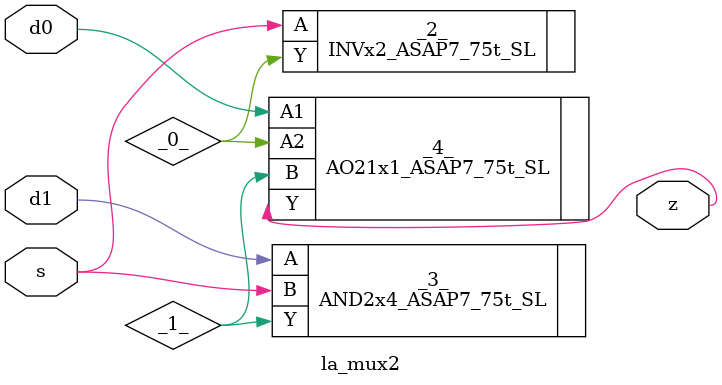
<source format=v>
/* Generated by Yosys 0.37 (git sha1 a5c7f69ed, clang 14.0.0-1ubuntu1.1 -fPIC -Os) */

module la_mux2(d0, d1, s, z);
  wire _0_;
  wire _1_;
  input d0;
  wire d0;
  input d1;
  wire d1;
  input s;
  wire s;
  output z;
  wire z;
  INVx2_ASAP7_75t_SL _2_ (
    .A(s),
    .Y(_0_)
  );
  AND2x4_ASAP7_75t_SL _3_ (
    .A(d1),
    .B(s),
    .Y(_1_)
  );
  AO21x1_ASAP7_75t_SL _4_ (
    .A1(d0),
    .A2(_0_),
    .B(_1_),
    .Y(z)
  );
endmodule

</source>
